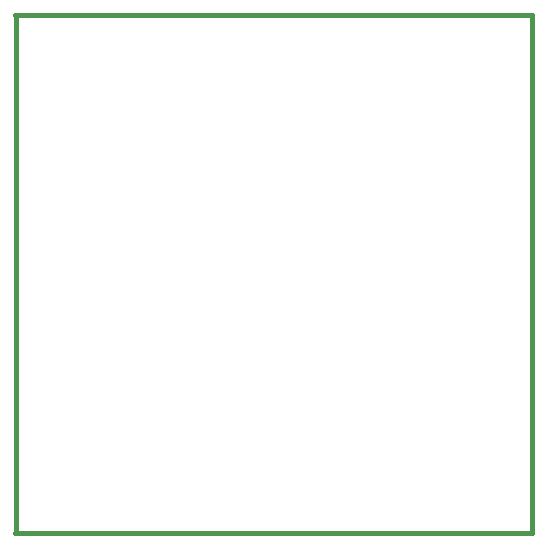
<source format=gbr>
G04 (created by PCBNEW (2012-nov-02)-testing) date Wed 06 Feb 2013 10:53:48 PM EST*
%MOIN*%
G04 Gerber Fmt 3.4, Leading zero omitted, Abs format*
%FSLAX34Y34*%
G01*
G70*
G90*
G04 APERTURE LIST*
%ADD10C,2.3622e-06*%
%ADD11C,0.015*%
G04 APERTURE END LIST*
G54D10*
G54D11*
X67925Y-52975D02*
X67925Y-35755D01*
X85125Y-52975D02*
X85125Y-35755D01*
X67900Y-53000D02*
X85120Y-53000D01*
X67900Y-35750D02*
X85120Y-35750D01*
M02*

</source>
